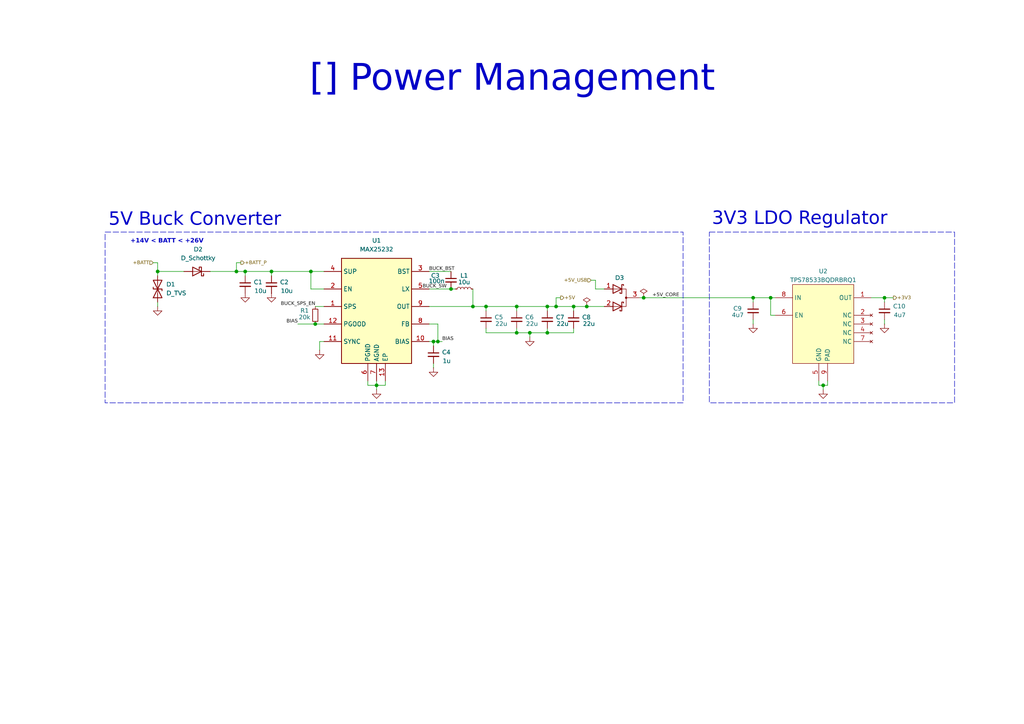
<source format=kicad_sch>
(kicad_sch (version 20231120) (generator "eeschema") (generator_version "8.0")
  (paper "A4")
  (title_block (title "Power Management") (date "2025-09-01") (rev "0.1"))
  (lib_symbols
    (symbol "0_regulator_linear:TPS785xxBQDRBRQ1"
      (property "Reference" "U" (at 0 14.732 0))
      (property "Value" "TPS785xxBQDRBRQ1" (at 0 12.7 0))
      (symbol "TPS785xxBQDRBRQ1_1_1"
        (rectangle (start -8.89 11.43) (end 8.89 -11.43) (fill (type background)))
        (pin power_out line (at 13.97 7.62 180) (length 5.08) (name "OUT") (number "1"))
        (pin no_connect line (at 13.97 2.54 180) (length 5.08) (name "NC") (number "2"))
        (pin no_connect line (at 13.97 0 180) (length 5.08) (name "NC") (number "3"))
        (pin no_connect line (at 13.97 -2.54 180) (length 5.08) (name "NC") (number "4"))
        (pin power_in line (at -1.27 -16.51 90) (length 5.08) (name "GND") (number "5"))
        (pin input line (at -13.97 2.54 0) (length 5.08) (name "EN") (number "6"))
        (pin no_connect line (at 13.97 -5.08 180) (length 5.08) (name "NC") (number "7"))
        (pin power_in line (at -13.97 7.62 0) (length 5.08) (name "IN") (number "8"))
        (pin power_in line (at 1.27 -16.51 90) (length 5.08) (name "PAD") (number "9"))
      )
    )
    (symbol "0_regulator_switching:MAX25232"
      (property "Reference" "U" (at 14.732 6.35 0))
      (property "Value" "MAX25232" (at 10.414 4.318 0))
      (symbol "MAX25232_1_1"
        (rectangle (start 5.08 2.54) (end 25.4 -27.94) (stroke (width 0.254)) (fill (type background)))
        (pin input line (at 0 -11.43 0) (length 5.08) (name "SPS") (number "1"))
        (pin passive line (at 30.48 -21.59 180) (length 5.08) (name "BIAS") (number "10"))
        (pin input line (at 0 -21.59 0) (length 5.08) (name "SYNC") (number "11"))
        (pin open_collector line (at 0 -16.51 0) (length 5.08) (name "PGOOD") (number "12"))
        (pin power_in line (at 17.78 -33.02 90) (length 5.08) (name "EP") (number "13"))
        (pin input line (at 0 -6.35 0) (length 5.08) (name "EN") (number "2"))
        (pin passive line (at 30.48 -1.27 180) (length 5.08) (name "BST") (number "3"))
        (pin power_in line (at 0 -1.27 0) (length 5.08) (name "SUP") (number "4"))
        (pin passive line (at 30.48 -6.35 180) (length 5.08) (name "LX") (number "5"))
        (pin power_in line (at 12.7 -33.02 90) (length 5.08) (name "PGND") (number "6"))
        (pin power_in line (at 15.24 -33.02 90) (length 5.08) (name "AGND") (number "7"))
        (pin input line (at 30.48 -16.51 180) (length 5.08) (name "FB") (number "8"))
        (pin output line (at 30.48 -11.43 180) (length 5.08) (name "OUT") (number "9"))
      )
    )
    (symbol "Device:C_Small" (pin_numbers hide) (pin_names (offset 0.254) hide)
      (property "Reference" "C" (at 0.254 1.778 0))
      (property "Value" "C_Small" (at 0.254 -2.032 0))
      (symbol "C_Small_0_1"
        (polyline (pts (xy -1.524 -0.508) (xy 1.524 -0.508)) (stroke (width 0.3302)))
        (polyline (pts (xy -1.524 0.508) (xy 1.524 0.508)) (stroke (width 0.3048)))
      )
      (symbol "C_Small_1_1"
        (pin passive line (at 0 2.54 270) (length 2.032) (name "~") (number "1"))
        (pin passive line (at 0 -2.54 90) (length 2.032) (name "~") (number "2"))
      )
    )
    (symbol "Device:D_Schottky" (pin_numbers hide) (pin_names (offset 1.016) hide)
      (property "Reference" "D" (at 0 2.54 0))
      (property "Value" "D_Schottky" (at 0 -2.54 0))
      (symbol "D_Schottky_0_1"
        (polyline (pts (xy 1.27 0) (xy -1.27 0)))
        (polyline (pts (xy 1.27 1.27) (xy 1.27 -1.27) (xy -1.27 0) (xy 1.27 1.27)) (stroke (width 0.254)))
        (polyline (pts (xy -1.905 0.635) (xy -1.905 1.27) (xy -1.27 1.27) (xy -1.27 -1.27) (xy -0.635 -1.27) (xy -0.635 -0.635)) (stroke (width 0.254)))
      )
      (symbol "D_Schottky_1_1"
        (pin passive line (at -3.81 0 0) (length 2.54) (name "K") (number "1"))
        (pin passive line (at 3.81 0 180) (length 2.54) (name "A") (number "2"))
      )
    )
    (symbol "Device:D_Schottky_Dual_CommonCathode_AAK_Parallel" (pin_names (offset 0.762) hide)
      (property "Reference" "D" (at 0 5.08 0))
      (property "Value" "D_Schottky_Dual_CommonCathode_AAK_Parallel" (at 0 -5.08 0))
      (symbol "D_Schottky_Dual_CommonCathode_AAK_Parallel_0_1"
        (polyline (pts (xy 1.27 0) (xy 2.54 0)))
        (polyline (pts (xy -2.54 -2.54) (xy 1.27 -2.54) (xy 1.27 2.54) (xy -2.54 2.54)))
        (polyline (pts (xy -2.54 -1.27) (xy 0 -2.54) (xy -2.54 -3.81) (xy -2.54 -1.27) (xy -2.54 -1.27) (xy -2.54 -1.27)) (stroke (width 0.254)))
        (polyline (pts (xy -2.54 3.81) (xy 0 2.54) (xy -2.54 1.27) (xy -2.54 3.81) (xy -2.54 3.81) (xy -2.54 3.81)) (stroke (width 0.254)))
        (polyline (pts (xy 0.508 -1.524) (xy 0.508 -1.27) (xy 0 -1.27) (xy 0 -3.81) (xy -0.508 -3.81) (xy -0.508 -3.556)) (stroke (width 0.254)))
        (polyline (pts (xy 0.508 3.556) (xy 0.508 3.81) (xy 0 3.81) (xy 0 1.27) (xy -0.508 1.27) (xy -0.508 1.524)) (stroke (width 0.254)))
        (circle (center 1.27 0) (radius 0.254) (fill (type outline)))
        (pin passive line (at -5.08 2.54 0) (length 2.54) (name "K") (number "1"))
        (pin passive line (at -5.08 -2.54 0) (length 2.54) (name "K") (number "2"))
        (pin passive line (at 5.08 0 180) (length 2.54) (name "A") (number "3"))
      )
    )
    (symbol "Device:D_TVS" (pin_numbers hide) (pin_names (offset 1.016) hide)
      (property "Reference" "D" (at 0 2.54 0))
      (property "Value" "D_TVS" (at 0 -2.54 0))
      (symbol "D_TVS_0_1"
        (polyline (pts (xy 1.27 0) (xy -1.27 0)))
        (polyline (pts (xy 0.508 1.27) (xy 0 1.27) (xy 0 -1.27) (xy -0.508 -1.27)) (stroke (width 0.254)))
        (polyline (pts (xy -2.54 1.27) (xy -2.54 -1.27) (xy 2.54 1.27) (xy 2.54 -1.27) (xy -2.54 1.27)) (stroke (width 0.254)))
      )
      (symbol "D_TVS_1_1"
        (pin passive line (at -3.81 0 0) (length 2.54) (name "A1") (number "1"))
        (pin passive line (at 3.81 0 180) (length 2.54) (name "A2") (number "2"))
      )
    )
    (symbol "Device:L_Small" (pin_numbers hide) (pin_names (offset 0.254) hide)
      (property "Reference" "L" (at 0.762 1.016 0))
      (property "Value" "L_Small" (at 0.762 -1.016 0))
      (symbol "L_Small_0_1"
        (arc (start 0 -2.032) (mid 0.5058 -1.524) (end 0 -1.016))
        (arc (start 0 -1.016) (mid 0.5058 -0.508) (end 0 0))
        (arc (start 0 0) (mid 0.5058 0.508) (end 0 1.016))
        (arc (start 0 1.016) (mid 0.5058 1.524) (end 0 2.032))
      )
      (symbol "L_Small_1_1"
        (pin passive line (at 0 2.54 270) (length 0.508) (name "~") (number "1"))
        (pin passive line (at 0 -2.54 90) (length 0.508) (name "~") (number "2"))
      )
    )
    (symbol "Device:R_Small" (pin_numbers hide) (pin_names (offset 0.254) hide)
      (property "Reference" "R" (at 0.762 0.508 0))
      (property "Value" "R_Small" (at 0.762 -1.016 0))
      (symbol "R_Small_0_1"
        (rectangle (start -0.762 1.778) (end 0.762 -1.778) (stroke (width 0.2032)))
      )
      (symbol "R_Small_1_1"
        (pin passive line (at 0 2.54 270) (length 0.762) (name "~") (number "1"))
        (pin passive line (at 0 -2.54 90) (length 0.762) (name "~") (number "2"))
      )
    )
    (symbol "GND_1" (power) (pin_numbers hide) (pin_names (offset 0) hide)
      (property "Value" "GND" (at 0 -3.81 0))
      (symbol "GND_1_0_1"
        (polyline (pts (xy 0 0) (xy 0 -1.27) (xy 1.27 -1.27) (xy 0 -2.54) (xy -1.27 -1.27) (xy 0 -1.27)))
      )
      (symbol "GND_1_1_1"
        (pin power_in line (at 0 0 270) (length 0) (name "~") (number "1"))
      )
    )
    (symbol "power:PWR_FLAG" (power) (pin_numbers hide) (pin_names (offset 0) hide)
      (property "Value" "PWR_FLAG" (at 0 3.81 0))
      (symbol "PWR_FLAG_0_0"
        (pin power_out line (at 0 0 90) (length 0) (name "~") (number "1"))
      )
      (symbol "PWR_FLAG_0_1"
        (polyline (pts (xy 0 0) (xy 0 1.27) (xy -1.016 1.905) (xy 0 2.54) (xy 1.016 1.905) (xy 0 1.27)))
      )
    )
  )
  (junction (at 125.73 99.06))
  (junction (at 223.52 86.36))
  (junction (at 186.69 86.36))
  (junction (at 218.44 86.36))
  (junction (at 166.37 88.9))
  (junction (at 153.67 96.52))
  (junction (at 256.54 86.36))
  (junction (at 78.74 78.74))
  (junction (at 140.97 88.9))
  (junction (at 127 99.06))
  (junction (at 161.29 88.9))
  (junction (at 130.81 83.82))
  (junction (at 91.44 93.98))
  (junction (at 71.12 78.74))
  (junction (at 238.76 111.76))
  (junction (at 149.86 96.52))
  (junction (at 109.22 111.76))
  (junction (at 170.18 88.9))
  (junction (at 149.86 88.9))
  (junction (at 90.17 78.74))
  (junction (at 158.75 88.9))
  (junction (at 68.58 78.74))
  (junction (at 45.72 78.74))
  (junction (at 158.75 96.52))
  (junction (at 137.16 88.9))
  (wire (pts (xy 166.37 95.25) (xy 166.37 96.52)))
  (wire (pts (xy 109.22 111.76) (xy 111.76 111.76)))
  (wire (pts (xy 71.12 78.74) (xy 71.12 80.01)))
  (wire (pts (xy 252.73 86.36) (xy 256.54 86.36)))
  (wire (pts (xy 111.76 110.49) (xy 111.76 111.76)))
  (wire (pts (xy 125.73 99.06) (xy 125.73 100.33)))
  (wire (pts (xy 91.44 93.98) (xy 93.98 93.98)))
  (wire (pts (xy 68.58 76.2) (xy 69.85 76.2)))
  (wire (pts (xy 161.29 86.36) (xy 162.56 86.36)))
  (wire (pts (xy 45.72 80.01) (xy 45.72 78.74)))
  (wire (pts (xy 218.44 86.36) (xy 223.52 86.36)))
  (wire (pts (xy 137.16 83.82) (xy 137.16 88.9)))
  (wire (pts (xy 256.54 92.71) (xy 256.54 93.98)))
  (wire (pts (xy 45.72 87.63) (xy 45.72 88.9)))
  (wire (pts (xy 224.79 91.44) (xy 223.52 91.44)))
  (wire (pts (xy 92.71 99.06) (xy 92.71 101.6)))
  (wire (pts (xy 186.69 86.36) (xy 218.44 86.36)))
  (wire (pts (xy 93.98 99.06) (xy 92.71 99.06)))
  (wire (pts (xy 137.16 88.9) (xy 140.97 88.9)))
  (wire (pts (xy 140.97 88.9) (xy 140.97 90.17)))
  (wire (pts (xy 44.45 76.2) (xy 45.72 76.2)))
  (wire (pts (xy 125.73 105.41) (xy 125.73 106.68)))
  (wire (pts (xy 223.52 91.44) (xy 223.52 86.36)))
  (wire (pts (xy 140.97 96.52) (xy 149.86 96.52)))
  (wire (pts (xy 218.44 93.98) (xy 218.44 92.71)))
  (wire (pts (xy 140.97 88.9) (xy 149.86 88.9)))
  (wire (pts (xy 149.86 88.9) (xy 158.75 88.9)))
  (wire (pts (xy 172.72 83.82) (xy 175.26 83.82)))
  (wire (pts (xy 91.44 88.9) (xy 93.98 88.9)))
  (wire (pts (xy 161.29 86.36) (xy 161.29 88.9)))
  (wire (pts (xy 158.75 90.17) (xy 158.75 88.9)))
  (wire (pts (xy 237.49 110.49) (xy 237.49 111.76)))
  (wire (pts (xy 127 99.06) (xy 128.27 99.06)))
  (wire (pts (xy 170.18 88.9) (xy 175.26 88.9)))
  (wire (pts (xy 158.75 96.52) (xy 166.37 96.52)))
  (wire (pts (xy 125.73 99.06) (xy 127 99.06)))
  (wire (pts (xy 149.86 96.52) (xy 153.67 96.52)))
  (wire (pts (xy 71.12 78.74) (xy 78.74 78.74)))
  (wire (pts (xy 158.75 95.25) (xy 158.75 96.52)))
  (wire (pts (xy 93.98 83.82) (xy 90.17 83.82)))
  (wire (pts (xy 218.44 86.36) (xy 218.44 87.63)))
  (wire (pts (xy 240.03 110.49) (xy 240.03 111.76)))
  (wire (pts (xy 223.52 86.36) (xy 224.79 86.36)))
  (wire (pts (xy 161.29 88.9) (xy 158.75 88.9)))
  (wire (pts (xy 124.46 83.82) (xy 130.81 83.82)))
  (wire (pts (xy 140.97 96.52) (xy 140.97 95.25)))
  (wire (pts (xy 256.54 86.36) (xy 259.08 86.36)))
  (wire (pts (xy 149.86 95.25) (xy 149.86 96.52)))
  (wire (pts (xy 130.81 83.82) (xy 132.08 83.82)))
  (wire (pts (xy 172.72 81.28) (xy 172.72 83.82)))
  (wire (pts (xy 78.74 78.74) (xy 78.74 80.01)))
  (wire (pts (xy 68.58 76.2) (xy 68.58 78.74)))
  (wire (pts (xy 90.17 78.74) (xy 93.98 78.74)))
  (wire (pts (xy 78.74 78.74) (xy 90.17 78.74)))
  (wire (pts (xy 166.37 88.9) (xy 170.18 88.9)))
  (wire (pts (xy 124.46 99.06) (xy 125.73 99.06)))
  (wire (pts (xy 161.29 88.9) (xy 166.37 88.9)))
  (wire (pts (xy 124.46 78.74) (xy 130.81 78.74)))
  (wire (pts (xy 109.22 111.76) (xy 109.22 113.03)))
  (wire (pts (xy 149.86 90.17) (xy 149.86 88.9)))
  (wire (pts (xy 45.72 78.74) (xy 53.34 78.74)))
  (wire (pts (xy 153.67 97.79) (xy 153.67 96.52)))
  (wire (pts (xy 237.49 111.76) (xy 238.76 111.76)))
  (wire (pts (xy 109.22 110.49) (xy 109.22 111.76)))
  (wire (pts (xy 238.76 111.76) (xy 240.03 111.76)))
  (wire (pts (xy 106.68 110.49) (xy 106.68 111.76)))
  (wire (pts (xy 153.67 96.52) (xy 158.75 96.52)))
  (wire (pts (xy 238.76 113.03) (xy 238.76 111.76)))
  (wire (pts (xy 106.68 111.76) (xy 109.22 111.76)))
  (wire (pts (xy 171.45 81.28) (xy 172.72 81.28)))
  (wire (pts (xy 127 93.98) (xy 127 99.06)))
  (wire (pts (xy 68.58 78.74) (xy 71.12 78.74)))
  (wire (pts (xy 256.54 86.36) (xy 256.54 87.63)))
  (wire (pts (xy 185.42 86.36) (xy 186.69 86.36)))
  (wire (pts (xy 86.36 93.98) (xy 91.44 93.98)))
  (wire (pts (xy 124.46 93.98) (xy 127 93.98)))
  (wire (pts (xy 60.96 78.74) (xy 68.58 78.74)))
  (wire (pts (xy 124.46 88.9) (xy 137.16 88.9)))
  (wire (pts (xy 90.17 83.82) (xy 90.17 78.74)))
  (wire (pts (xy 45.72 76.2) (xy 45.72 78.74)))
  (wire (pts (xy 166.37 88.9) (xy 166.37 90.17)))
  (rectangle (start 30.48 67.31) (end 198.12 116.84) (stroke (width 0) (type dash)))
  (rectangle (start 205.74 67.31) (end 276.86 116.84) (stroke (width 0) (type dash)))
  (text_box "[${#}] ${TITLE}" (at 11.43 12.7 0) (size 274.32 22.86) (stroke (width -0.0001)) (effects (font (size 7.62 7.62)) (justify top)))
  (text "5V Buck Converter" (at 31.496 67.056 0) (effects (font (size 3.81 3.81) (thickness 0.4763)) (justify left bottom)))
  (text "3V3 LDO Regulator" (at 206.502 66.802 0) (effects (font (size 3.81 3.81) (thickness 0.4763)) (justify left bottom)))
  (text "+14V < BATT < +26V" (at 37.846 71.12 0) (effects (font (size 1.27 1.27) (thickness 0.254) (bold yes)) (justify left bottom)))
  (label "BIAS" (at 86.36 93.98 180) (effects (font (size 1.016 1.016))))
  (label "BUCK_BST" (at 124.46 78.74 0) (effects (font (size 1.016 1.016))))
  (label "+5V_CORE" (at 189.23 86.36 0) (effects (font (size 1.016 1.016))))
  (label "BUCK_SW" (at 129.54 83.82 180) (effects (font (size 1.016 1.016))))
  (label "BIAS" (at 128.27 99.06 0) (effects (font (size 1.016 1.016))))
  (label "BUCK_SPS_EN" (at 91.44 88.9 180) (effects (font (size 1.016 1.016))))
  (hierarchical_label "+BATT" (shape input) (at 44.45 76.2 180) (effects (font (size 1.016 1.016))))
  (hierarchical_label "+BATT_P" (shape output) (at 69.85 76.2 0) (effects (font (size 1.016 1.016))))
  (hierarchical_label "+3V3" (shape output) (at 259.08 86.36 0) (effects (font (size 1.016 1.016))))
  (hierarchical_label "+5V_USB" (shape input) (at 171.45 81.28 180) (effects (font (size 1.016 1.016))))
  (hierarchical_label "+5V" (shape output) (at 162.56 86.36 0) (effects (font (size 1.016 1.016))))
  (symbol (lib_id "Device:C_Small") (at 71.12 82.55 0) (unit 1)
    (property "Reference" "C1" (at 73.66 81.915 0) (effects (justify left)))
    (property "Value" "10u" (at 73.66 84.455 0) (effects (justify left)))
    (property "Footprint" "Capacitor_SMD:C_1206_3216Metric" (effects (hide yes)))
    (property "Description" "Multilayer Ceramic Capacitors MLCC - SMD/SMT 35V 10uF X7R 1206 10 %" (effects (hide yes)))
    (property "Manufacturer" "TAIYO YUDEN" (effects (hide yes)))
    (property "Mfr Part Number" "MCJCG31LBB7106KTPA01" (effects (hide yes)))
  )
  (symbol (lib_name "GND_1") (lib_id "power:GND") (at 218.44 93.98 0) (unit 1)
    (property "Reference" "#PWR04" (effects (hide yes)))
    (property "Value" "GND" (effects (hide yes)))
    (property "Description" "Power symbol creates a global label with name \"GND\" , ground" (effects (hide yes)))
  )
  (symbol (lib_id "0_regulator_switching:MAX25232") (at 93.98 77.47 0) (unit 1)
    (property "Reference" "U1" (at 109.22 69.85 0))
    (property "Value" "MAX25232" (at 109.22 72.39 0))
    (property "Footprint" "0_package_dfn_qfn:Maxim_TDFN-12-1EP_3x3mm_P0.5mm_EP1.7x2.5mm_ThermalVias" (effects (hide yes)))
    (property "Datasheet" "https://www.analog.com/media/en/technical-documentation/data-sheets/max25232.pdf" (effects (hide yes)))
    (property "Description" "36V, 3A Mini Buck Converters with 3.5uA IQ" (effects (hide yes)))
    (property "Manufacturer" "Analog Devices" (effects (hide yes)))
    (property "Mfr Part Number" "MAX25232ATCD_V+" (effects (hide yes)))
  )
  (symbol (lib_id "Device:C_Small") (at 125.73 102.87 0) (unit 1)
    (property "Reference" "C4" (at 128.27 102.235 0) (effects (justify left)))
    (property "Value" "1u" (at 128.27 104.775 0) (effects (justify left)))
    (property "Footprint" "Capacitor_SMD:C_0603_1608Metric" (effects (hide yes)))
    (property "Description" "Multilayer Ceramic Capacitors MLCC - SMD/SMT 25V 1uF X7R 0603 10 %" (effects (hide yes)))
    (property "Manufacturer" "TAIYO YUDEN" (effects (hide yes)))
    (property "Mfr Part Number" "MSAST168SB7105KTNA01" (effects (hide yes)))
  )
  (symbol (lib_id "Device:C_Small") (at 149.86 92.71 0) (unit 1)
    (property "Reference" "C6" (at 152.4 92.075 0) (effects (justify left)))
    (property "Value" "22u" (at 152.4 93.98 0) (effects (justify left)))
    (property "Footprint" "Capacitor_SMD:C_1206_3216Metric" (effects (hide yes)))
    (property "Description" "Multilayer Ceramic Capacitors MLCC - SMD/SMT 16V 22uF X7R 1206 20 %" (effects (hide yes)))
    (property "Manufacturer" "TAIYO YUDEN" (effects (hide yes)))
    (property "Mfr Part Number" "MSASE31LBB7226MTNA01" (effects (hide yes)))
  )
  (symbol (lib_id "Device:C_Small") (at 78.74 82.55 0) (unit 1)
    (property "Reference" "C2" (at 81.28 81.915 0) (effects (justify left)))
    (property "Value" "10u" (at 81.28 84.455 0) (effects (justify left)))
    (property "Footprint" "Capacitor_SMD:C_1206_3216Metric" (effects (hide yes)))
    (property "Description" "Multilayer Ceramic Capacitors MLCC - SMD/SMT 35V 10uF X7R 1206 10 %" (effects (hide yes)))
    (property "Manufacturer" "TAIYO YUDEN" (effects (hide yes)))
    (property "Mfr Part Number" "MCJCG31LBB7106KTPA01" (effects (hide yes)))
  )
  (symbol (lib_name "GND_1") (lib_id "power:GND") (at 71.12 85.09 0) (unit 1)
    (property "Reference" "#PWR011" (effects (hide yes)))
    (property "Value" "GND" (effects (hide yes)))
    (property "Description" "Power symbol creates a global label with name \"GND\" , ground" (effects (hide yes)))
  )
  (symbol (lib_id "Device:C_Small") (at 218.44 90.17 0) (unit 1)
    (property "Reference" "C9" (at 212.725 89.535 0) (effects (justify left)))
    (property "Value" "4u7" (at 212.09 91.44 0) (effects (justify left)))
    (property "Footprint" "Capacitor_SMD:C_0603_1608Metric" (effects (hide yes)))
    (property "Description" "Multilayer Ceramic Capacitors MLCC - SMD/SMT 4.7 uF 16 VDC 10% 0603 X7R" (effects (hide yes)))
    (property "Manufacturer" "Murata Electronics" (effects (hide yes)))
    (property "Mfr Part Number" "GRM188Z71C475KE21J" (effects (hide yes)))
  )
  (symbol (lib_name "GND_1") (lib_id "power:GND") (at 78.74 85.09 0) (unit 1)
    (property "Reference" "#PWR010" (effects (hide yes)))
    (property "Value" "GND" (effects (hide yes)))
    (property "Description" "Power symbol creates a global label with name \"GND\" , ground" (effects (hide yes)))
  )
  (symbol (lib_id "Device:D_Schottky_Dual_CommonCathode_AAK_Parallel") (at 180.34 86.36 0) (unit 1)
    (property "Reference" "D3" (at 179.705 80.645 0))
    (property "Value" "PMEG2020CPASX" (effects (hide yes)))
    (property "Footprint" "Package_SON:HUSON-3-1EP_2x2mm_P1.3mm_EP1.1x1.6mm" (effects (hide yes)))
    (property "Datasheet" "https://assets.nexperia.com/documents/data-sheet/PMEG2020CPAS.pdf" (effects (hide yes)))
    (property "Description" "Schottky Diodes & Rectifiers RECTIFIER SOT1061/HUSON3" (effects (hide yes)))
    (property "Manufacturer" "Nexperia" (effects (hide yes)))
    (property "Mfr Part Number" "PMEG2020CPASX" (effects (hide yes)))
  )
  (symbol (lib_name "GND_1") (lib_id "power:GND") (at 45.72 88.9 0) (unit 1)
    (property "Reference" "#PWR012" (effects (hide yes)))
    (property "Value" "GND" (effects (hide yes)))
    (property "Description" "Power symbol creates a global label with name \"GND\" , ground" (effects (hide yes)))
  )
  (symbol (lib_id "power:PWR_FLAG") (at 170.18 88.9 0) (unit 1)
    (property "Reference" "#FLG02" (effects (hide yes)))
    (property "Value" "PWR_FLAG" (effects (hide yes)))
    (property "Description" "Special symbol for telling ERC where power comes from" (effects (hide yes)))
  )
  (symbol (lib_id "power:PWR_FLAG") (at 186.69 86.36 0) (unit 1)
    (property "Reference" "#FLG05" (effects (hide yes)))
    (property "Value" "PWR_FLAG" (effects (hide yes)))
    (property "Description" "Special symbol for telling ERC where power comes from" (effects (hide yes)))
  )
  (symbol (lib_id "Device:C_Small") (at 140.97 92.71 0) (unit 1)
    (property "Reference" "C5" (at 143.51 92.075 0) (effects (justify left)))
    (property "Value" "22u" (at 143.51 93.98 0) (effects (justify left)))
    (property "Footprint" "Capacitor_SMD:C_1206_3216Metric" (effects (hide yes)))
    (property "Description" "Multilayer Ceramic Capacitors MLCC - SMD/SMT 16V 22uF X7R 1206 20 %" (effects (hide yes)))
    (property "Manufacturer" "TAIYO YUDEN" (effects (hide yes)))
    (property "Mfr Part Number" "MSASE31LBB7226MTNA01" (effects (hide yes)))
  )
  (symbol (lib_id "0_regulator_linear:TPS785xxBQDRBRQ1") (at 238.76 93.98 0) (unit 1)
    (property "Reference" "U2" (at 238.76 78.74 0))
    (property "Value" "TPS78533BQDRBRQ1" (at 238.76 81.28 0))
    (property "Footprint" "0_package_son:VSON-8-1EP_3x3mm_P0.65mm_EP1.65x2.4mm_ThermalVias" (effects (hide yes)))
    (property "Datasheet" "https://www.ti.com/lit/gpn/tps785-q1" (effects (hide yes)))
    (property "Description" "TPS785-Q1 Automotive, 1-A, High-PSRR Low-Dropout Voltage Regulator With High Accuracy and Enable" (effects (hide yes)))
    (property "Manufacturer" "Texas Instruments" (effects (hide yes)))
    (property "Mfr Part Number" "TPS78533BQWDRBRQ1" (effects (hide yes)))
  )
  (symbol (lib_name "GND_1") (lib_id "power:GND") (at 256.54 93.98 0) (unit 1)
    (property "Reference" "#PWR01" (effects (hide yes)))
    (property "Value" "GND" (effects (hide yes)))
    (property "Description" "Power symbol creates a global label with name \"GND\" , ground" (effects (hide yes)))
  )
  (symbol (lib_id "Device:C_Small") (at 256.54 90.17 0) (unit 1)
    (property "Reference" "C10" (at 259.08 88.9 0) (effects (justify left)))
    (property "Value" "4u7" (at 259.08 91.44 0) (effects (justify left)))
    (property "Footprint" "Capacitor_SMD:C_0603_1608Metric" (effects (hide yes)))
    (property "Description" "Multilayer Ceramic Capacitors MLCC - SMD/SMT 4.7 uF 16 VDC 10% 0603 X7R" (effects (hide yes)))
    (property "Manufacturer" "Murata Electronics" (effects (hide yes)))
    (property "Mfr Part Number" "GRM188Z71C475KE21J" (effects (hide yes)))
  )
  (symbol (lib_name "GND_1") (lib_id "power:GND") (at 92.71 101.6 0) (unit 1)
    (property "Reference" "#PWR09" (effects (hide yes)))
    (property "Value" "GND" (effects (hide yes)))
    (property "Description" "Power symbol creates a global label with name \"GND\" , ground" (effects (hide yes)))
  )
  (symbol (lib_name "GND_1") (lib_id "power:GND") (at 153.67 97.79 0) (unit 1)
    (property "Reference" "#PWR05" (effects (hide yes)))
    (property "Value" "GND" (effects (hide yes)))
    (property "Description" "Power symbol creates a global label with name \"GND\" , ground" (effects (hide yes)))
  )
  (symbol (lib_name "GND_1") (lib_id "power:GND") (at 238.76 113.03 0) (unit 1)
    (property "Reference" "#PWR02" (effects (hide yes)))
    (property "Value" "GND" (effects (hide yes)))
    (property "Description" "Power symbol creates a global label with name \"GND\" , ground" (effects (hide yes)))
  )
  (symbol (lib_id "Device:R_Small") (at 91.44 91.44 180) (unit 1)
    (property "Reference" "R1" (at 89.535 90.17 0) (effects (justify left)))
    (property "Value" "20k" (at 90.17 92.075 0) (effects (justify left)))
    (property "Footprint" "Resistor_SMD:R_0402_1005Metric" (effects (hide yes)))
    (property "Description" "Thick Film Resistors - SMD 1/16watt 20Kohms 1%" (effects (hide yes)))
    (property "Manufacturer" "Vishay / Dale" (effects (hide yes)))
    (property "Mfr Part Number" "CRCW040220K0FKED" (effects (hide yes)))
  )
  (symbol (lib_id "Device:C_Small") (at 130.81 81.28 0) (unit 1)
    (property "Reference" "C3" (at 125.095 80.01 0) (effects (justify left)))
    (property "Value" "100n" (at 124.1425 81.5975 0) (effects (justify left)))
    (property "Footprint" "Capacitor_SMD:C_0402_1005Metric" (effects (hide yes)))
    (property "Description" "Multilayer Ceramic Capacitors MLCC - SMD/SMT 16V 0.1uF X7R 0402 10 %" (effects (hide yes)))
    (property "Manufacturer" "TAIYO YUDEN" (effects (hide yes)))
    (property "Mfr Part Number" "MSASE105SB7104KFNA01" (effects (hide yes)))
  )
  (symbol (lib_id "Device:D_TVS") (at 45.72 83.82 90) (unit 1)
    (property "Reference" "D1" (at 48.26 82.55 90) (effects (justify right)))
    (property "Value" "D_TVS" (at 48.26 85.09 90) (effects (justify right)))
    (property "Footprint" "Diode_SMD:D_SOD-882" (effects (hide yes)))
    (property "Datasheet" "https://www.mouser.fr/datasheet/2/916/PESD30VF1BBL_Q-3306063.pdf" (effects (hide yes)))
    (property "Description" "ESD Protection Diodes / TVS Diodes ESD 30V BI" (effects (hide yes)))
    (property "Manufacturer" "Nexperia" (effects (hide yes)))
    (property "Mfr Part Number" "PESD30VF1BBL-QYL" (effects (hide yes)))
  )
  (symbol (lib_id "Device:L_Small") (at 134.62 83.82 90) (unit 1)
    (property "Reference" "L1" (at 134.62 80.01 90))
    (property "Value" "10u" (at 134.62 81.915 90))
    (property "Footprint" "0_inductor:L_Bourns_SRP5030CC" (effects (hide yes)))
    (property "Datasheet" "https://www.mouser.com/catalog/specsheets/Bourns_07202023_SRP5030CC.pdf" (effects (hide yes)))
    (property "Description" "Power Inductors - SMD Ind,5.7x5.2x2.8mm,10uH+/-20%,2.8A,shd" (effects (hide yes)))
    (property "Manufacturer" "Bourns" (effects (hide yes)))
    (property "Mfr Part Number" "SRP5030CC-100M" (effects (hide yes)))
  )
  (symbol (lib_name "GND_1") (lib_id "power:GND") (at 109.22 113.03 0) (unit 1)
    (property "Reference" "#PWR08" (effects (hide yes)))
    (property "Value" "GND" (effects (hide yes)))
    (property "Description" "Power symbol creates a global label with name \"GND\" , ground" (effects (hide yes)))
  )
  (symbol (lib_id "Device:C_Small") (at 166.37 92.71 0) (unit 1)
    (property "Reference" "C8" (at 168.91 92.075 0) (effects (justify left)))
    (property "Value" "22u" (at 168.91 93.98 0) (effects (justify left)))
    (property "Footprint" "Capacitor_SMD:C_1206_3216Metric" (effects (hide yes)))
    (property "Description" "Multilayer Ceramic Capacitors MLCC - SMD/SMT 16V 22uF X7R 1206 20 %" (effects (hide yes)))
    (property "Manufacturer" "TAIYO YUDEN" (effects (hide yes)))
    (property "Mfr Part Number" "MSASE31LBB7226MTNA01" (effects (hide yes)))
  )
  (symbol (lib_id "Device:D_Schottky") (at 57.15 78.74 180) (unit 1)
    (property "Reference" "D2" (at 57.4675 72.39 0))
    (property "Value" "D_Schottky" (at 57.4675 74.93 0))
    (property "Footprint" "0_package_dfn_qfn:DFN3820A" (effects (hide yes)))
    (property "Datasheet" "https://www.vishay.com/doc?98444" (effects (hide yes)))
    (property "Description" "Schottky Diodes & Rectifiers 7A, 100V, DFN3820A TRENCH SKY RECT." (effects (hide yes)))
    (property "Manufacturer" "Vishay Semiconductors " (effects (hide yes)))
    (property "Mfr Part Number" "V7N103HM3/I" (effects (hide yes)))
  )
  (symbol (lib_name "GND_1") (lib_id "power:GND") (at 125.73 106.68 0) (unit 1)
    (property "Reference" "#PWR07" (effects (hide yes)))
    (property "Value" "GND" (effects (hide yes)))
    (property "Description" "Power symbol creates a global label with name \"GND\" , ground" (effects (hide yes)))
  )
  (symbol (lib_id "Device:C_Small") (at 158.75 92.71 0) (unit 1)
    (property "Reference" "C7" (at 161.29 92.075 0) (effects (justify left)))
    (property "Value" "22u" (at 161.29 93.98 0) (effects (justify left)))
    (property "Footprint" "Capacitor_SMD:C_1206_3216Metric" (effects (hide yes)))
    (property "Description" "Multilayer Ceramic Capacitors MLCC - SMD/SMT 16V 22uF X7R 1206 20 %" (effects (hide yes)))
    (property "Manufacturer" "TAIYO YUDEN" (effects (hide yes)))
    (property "Mfr Part Number" "MSASE31LBB7226MTNA01" (effects (hide yes)))
  )
)
</source>
